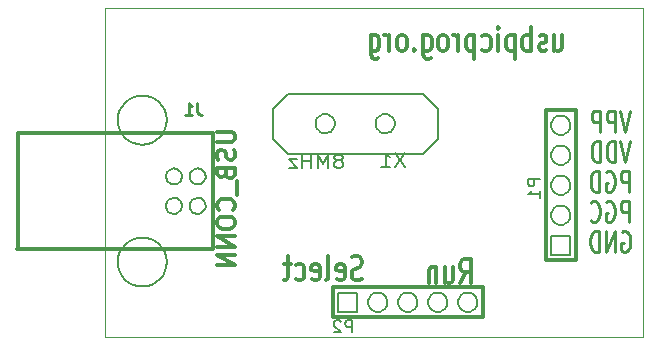
<source format=gbo>
G04 (created by PCBNEW-RS274X (2010-05-05 BZR 2356)-stable) date Fri 25 Feb 2011 10:53:11 AM CET*
G01*
G70*
G90*
%MOIN*%
G04 Gerber Fmt 3.4, Leading zero omitted, Abs format*
%FSLAX34Y34*%
G04 APERTURE LIST*
%ADD10C,0.006000*%
%ADD11C,0.012000*%
%ADD12C,0.001000*%
%ADD13C,0.010000*%
%ADD14C,0.008000*%
%ADD15C,0.009900*%
G04 APERTURE END LIST*
G54D10*
G54D11*
X31629Y-22540D02*
X31629Y-23074D01*
X31886Y-22540D02*
X31886Y-22960D01*
X31858Y-23036D01*
X31800Y-23074D01*
X31715Y-23074D01*
X31658Y-23036D01*
X31629Y-22998D01*
X31372Y-23036D02*
X31315Y-23074D01*
X31200Y-23074D01*
X31143Y-23036D01*
X31115Y-22960D01*
X31115Y-22921D01*
X31143Y-22845D01*
X31200Y-22807D01*
X31286Y-22807D01*
X31343Y-22769D01*
X31372Y-22693D01*
X31372Y-22655D01*
X31343Y-22579D01*
X31286Y-22540D01*
X31200Y-22540D01*
X31143Y-22579D01*
X30857Y-23074D02*
X30857Y-22274D01*
X30857Y-22579D02*
X30800Y-22540D01*
X30686Y-22540D01*
X30629Y-22579D01*
X30600Y-22617D01*
X30571Y-22693D01*
X30571Y-22921D01*
X30600Y-22998D01*
X30629Y-23036D01*
X30686Y-23074D01*
X30800Y-23074D01*
X30857Y-23036D01*
X30314Y-22540D02*
X30314Y-23340D01*
X30314Y-22579D02*
X30257Y-22540D01*
X30143Y-22540D01*
X30086Y-22579D01*
X30057Y-22617D01*
X30028Y-22693D01*
X30028Y-22921D01*
X30057Y-22998D01*
X30086Y-23036D01*
X30143Y-23074D01*
X30257Y-23074D01*
X30314Y-23036D01*
X29771Y-23074D02*
X29771Y-22540D01*
X29771Y-22274D02*
X29800Y-22312D01*
X29771Y-22350D01*
X29743Y-22312D01*
X29771Y-22274D01*
X29771Y-22350D01*
X29228Y-23036D02*
X29285Y-23074D01*
X29399Y-23074D01*
X29457Y-23036D01*
X29485Y-22998D01*
X29514Y-22921D01*
X29514Y-22693D01*
X29485Y-22617D01*
X29457Y-22579D01*
X29399Y-22540D01*
X29285Y-22540D01*
X29228Y-22579D01*
X28971Y-22540D02*
X28971Y-23340D01*
X28971Y-22579D02*
X28914Y-22540D01*
X28800Y-22540D01*
X28743Y-22579D01*
X28714Y-22617D01*
X28685Y-22693D01*
X28685Y-22921D01*
X28714Y-22998D01*
X28743Y-23036D01*
X28800Y-23074D01*
X28914Y-23074D01*
X28971Y-23036D01*
X28428Y-23074D02*
X28428Y-22540D01*
X28428Y-22693D02*
X28400Y-22617D01*
X28371Y-22579D01*
X28314Y-22540D01*
X28257Y-22540D01*
X27971Y-23074D02*
X28029Y-23036D01*
X28057Y-22998D01*
X28086Y-22921D01*
X28086Y-22693D01*
X28057Y-22617D01*
X28029Y-22579D01*
X27971Y-22540D01*
X27886Y-22540D01*
X27829Y-22579D01*
X27800Y-22617D01*
X27771Y-22693D01*
X27771Y-22921D01*
X27800Y-22998D01*
X27829Y-23036D01*
X27886Y-23074D01*
X27971Y-23074D01*
X27257Y-22540D02*
X27257Y-23188D01*
X27286Y-23264D01*
X27314Y-23302D01*
X27371Y-23340D01*
X27457Y-23340D01*
X27514Y-23302D01*
X27257Y-23036D02*
X27314Y-23074D01*
X27428Y-23074D01*
X27486Y-23036D01*
X27514Y-22998D01*
X27543Y-22921D01*
X27543Y-22693D01*
X27514Y-22617D01*
X27486Y-22579D01*
X27428Y-22540D01*
X27314Y-22540D01*
X27257Y-22579D01*
X26971Y-22998D02*
X26943Y-23036D01*
X26971Y-23074D01*
X27000Y-23036D01*
X26971Y-22998D01*
X26971Y-23074D01*
X26599Y-23074D02*
X26657Y-23036D01*
X26685Y-22998D01*
X26714Y-22921D01*
X26714Y-22693D01*
X26685Y-22617D01*
X26657Y-22579D01*
X26599Y-22540D01*
X26514Y-22540D01*
X26457Y-22579D01*
X26428Y-22617D01*
X26399Y-22693D01*
X26399Y-22921D01*
X26428Y-22998D01*
X26457Y-23036D01*
X26514Y-23074D01*
X26599Y-23074D01*
X26142Y-23074D02*
X26142Y-22540D01*
X26142Y-22693D02*
X26114Y-22617D01*
X26085Y-22579D01*
X26028Y-22540D01*
X25971Y-22540D01*
X25514Y-22540D02*
X25514Y-23188D01*
X25543Y-23264D01*
X25571Y-23302D01*
X25628Y-23340D01*
X25714Y-23340D01*
X25771Y-23302D01*
X25514Y-23036D02*
X25571Y-23074D01*
X25685Y-23074D01*
X25743Y-23036D01*
X25771Y-22998D01*
X25800Y-22921D01*
X25800Y-22693D01*
X25771Y-22617D01*
X25743Y-22579D01*
X25685Y-22540D01*
X25571Y-22540D01*
X25514Y-22579D01*
G54D12*
X16650Y-21650D02*
X34600Y-21650D01*
X16650Y-32600D02*
X16650Y-21650D01*
X34600Y-32600D02*
X16650Y-32600D01*
X34600Y-21650D02*
X34600Y-32600D01*
G54D11*
X25221Y-30686D02*
X25135Y-30724D01*
X24992Y-30724D01*
X24935Y-30686D01*
X24906Y-30648D01*
X24878Y-30571D01*
X24878Y-30495D01*
X24906Y-30419D01*
X24935Y-30381D01*
X24992Y-30343D01*
X25106Y-30305D01*
X25164Y-30267D01*
X25192Y-30229D01*
X25221Y-30152D01*
X25221Y-30076D01*
X25192Y-30000D01*
X25164Y-29962D01*
X25106Y-29924D01*
X24964Y-29924D01*
X24878Y-29962D01*
X24393Y-30686D02*
X24450Y-30724D01*
X24564Y-30724D01*
X24621Y-30686D01*
X24650Y-30610D01*
X24650Y-30305D01*
X24621Y-30229D01*
X24564Y-30190D01*
X24450Y-30190D01*
X24393Y-30229D01*
X24364Y-30305D01*
X24364Y-30381D01*
X24650Y-30457D01*
X24021Y-30724D02*
X24079Y-30686D01*
X24107Y-30610D01*
X24107Y-29924D01*
X23565Y-30686D02*
X23622Y-30724D01*
X23736Y-30724D01*
X23793Y-30686D01*
X23822Y-30610D01*
X23822Y-30305D01*
X23793Y-30229D01*
X23736Y-30190D01*
X23622Y-30190D01*
X23565Y-30229D01*
X23536Y-30305D01*
X23536Y-30381D01*
X23822Y-30457D01*
X23022Y-30686D02*
X23079Y-30724D01*
X23193Y-30724D01*
X23251Y-30686D01*
X23279Y-30648D01*
X23308Y-30571D01*
X23308Y-30343D01*
X23279Y-30267D01*
X23251Y-30229D01*
X23193Y-30190D01*
X23079Y-30190D01*
X23022Y-30229D01*
X22851Y-30190D02*
X22622Y-30190D01*
X22765Y-29924D02*
X22765Y-30610D01*
X22737Y-30686D01*
X22679Y-30724D01*
X22622Y-30724D01*
X28507Y-30824D02*
X28707Y-30443D01*
X28850Y-30824D02*
X28850Y-30024D01*
X28622Y-30024D01*
X28564Y-30062D01*
X28536Y-30100D01*
X28507Y-30176D01*
X28507Y-30290D01*
X28536Y-30367D01*
X28564Y-30405D01*
X28622Y-30443D01*
X28850Y-30443D01*
X27993Y-30290D02*
X27993Y-30824D01*
X28250Y-30290D02*
X28250Y-30710D01*
X28222Y-30786D01*
X28164Y-30824D01*
X28079Y-30824D01*
X28022Y-30786D01*
X27993Y-30748D01*
X27707Y-30290D02*
X27707Y-30824D01*
X27707Y-30367D02*
X27679Y-30329D01*
X27621Y-30290D01*
X27536Y-30290D01*
X27479Y-30329D01*
X27450Y-30405D01*
X27450Y-30824D01*
G54D13*
X34166Y-26083D02*
X34000Y-26783D01*
X33833Y-26083D01*
X33666Y-26783D02*
X33666Y-26083D01*
X33547Y-26083D01*
X33475Y-26117D01*
X33428Y-26183D01*
X33404Y-26250D01*
X33380Y-26383D01*
X33380Y-26483D01*
X33404Y-26617D01*
X33428Y-26683D01*
X33475Y-26750D01*
X33547Y-26783D01*
X33666Y-26783D01*
X33166Y-26783D02*
X33166Y-26083D01*
X33047Y-26083D01*
X32975Y-26117D01*
X32928Y-26183D01*
X32904Y-26250D01*
X32880Y-26383D01*
X32880Y-26483D01*
X32904Y-26617D01*
X32928Y-26683D01*
X32975Y-26750D01*
X33047Y-26783D01*
X33166Y-26783D01*
X34131Y-27783D02*
X34131Y-27083D01*
X33940Y-27083D01*
X33893Y-27117D01*
X33869Y-27150D01*
X33845Y-27217D01*
X33845Y-27317D01*
X33869Y-27383D01*
X33893Y-27417D01*
X33940Y-27450D01*
X34131Y-27450D01*
X33369Y-27117D02*
X33417Y-27083D01*
X33488Y-27083D01*
X33560Y-27117D01*
X33607Y-27183D01*
X33631Y-27250D01*
X33655Y-27383D01*
X33655Y-27483D01*
X33631Y-27617D01*
X33607Y-27683D01*
X33560Y-27750D01*
X33488Y-27783D01*
X33440Y-27783D01*
X33369Y-27750D01*
X33345Y-27717D01*
X33345Y-27483D01*
X33440Y-27483D01*
X33131Y-27783D02*
X33131Y-27083D01*
X33012Y-27083D01*
X32940Y-27117D01*
X32893Y-27183D01*
X32869Y-27250D01*
X32845Y-27383D01*
X32845Y-27483D01*
X32869Y-27617D01*
X32893Y-27683D01*
X32940Y-27750D01*
X33012Y-27783D01*
X33131Y-27783D01*
X34166Y-25083D02*
X34000Y-25783D01*
X33833Y-25083D01*
X33666Y-25783D02*
X33666Y-25083D01*
X33475Y-25083D01*
X33428Y-25117D01*
X33404Y-25150D01*
X33380Y-25217D01*
X33380Y-25317D01*
X33404Y-25383D01*
X33428Y-25417D01*
X33475Y-25450D01*
X33666Y-25450D01*
X33166Y-25783D02*
X33166Y-25083D01*
X32975Y-25083D01*
X32928Y-25117D01*
X32904Y-25150D01*
X32880Y-25217D01*
X32880Y-25317D01*
X32904Y-25383D01*
X32928Y-25417D01*
X32975Y-25450D01*
X33166Y-25450D01*
X34131Y-28783D02*
X34131Y-28083D01*
X33940Y-28083D01*
X33893Y-28117D01*
X33869Y-28150D01*
X33845Y-28217D01*
X33845Y-28317D01*
X33869Y-28383D01*
X33893Y-28417D01*
X33940Y-28450D01*
X34131Y-28450D01*
X33369Y-28117D02*
X33417Y-28083D01*
X33488Y-28083D01*
X33560Y-28117D01*
X33607Y-28183D01*
X33631Y-28250D01*
X33655Y-28383D01*
X33655Y-28483D01*
X33631Y-28617D01*
X33607Y-28683D01*
X33560Y-28750D01*
X33488Y-28783D01*
X33440Y-28783D01*
X33369Y-28750D01*
X33345Y-28717D01*
X33345Y-28483D01*
X33440Y-28483D01*
X32845Y-28717D02*
X32869Y-28750D01*
X32940Y-28783D01*
X32988Y-28783D01*
X33060Y-28750D01*
X33107Y-28683D01*
X33131Y-28617D01*
X33155Y-28483D01*
X33155Y-28383D01*
X33131Y-28250D01*
X33107Y-28183D01*
X33060Y-28117D01*
X32988Y-28083D01*
X32940Y-28083D01*
X32869Y-28117D01*
X32845Y-28150D01*
X33881Y-29117D02*
X33929Y-29083D01*
X34000Y-29083D01*
X34072Y-29117D01*
X34119Y-29183D01*
X34143Y-29250D01*
X34167Y-29383D01*
X34167Y-29483D01*
X34143Y-29617D01*
X34119Y-29683D01*
X34072Y-29750D01*
X34000Y-29783D01*
X33952Y-29783D01*
X33881Y-29750D01*
X33857Y-29717D01*
X33857Y-29483D01*
X33952Y-29483D01*
X33643Y-29783D02*
X33643Y-29083D01*
X33357Y-29783D01*
X33357Y-29083D01*
X33119Y-29783D02*
X33119Y-29083D01*
X33000Y-29083D01*
X32928Y-29117D01*
X32881Y-29183D01*
X32857Y-29250D01*
X32833Y-29383D01*
X32833Y-29483D01*
X32857Y-29617D01*
X32881Y-29683D01*
X32928Y-29750D01*
X33000Y-29783D01*
X33119Y-29783D01*
G54D11*
X32350Y-30050D02*
X31350Y-30050D01*
X31350Y-25050D02*
X32350Y-25050D01*
X32350Y-30050D02*
X32350Y-25050D01*
X31350Y-25050D02*
X31350Y-30050D01*
X24250Y-31950D02*
X24250Y-30950D01*
X29250Y-30950D02*
X29250Y-31950D01*
X24250Y-31950D02*
X29250Y-31950D01*
X29250Y-30950D02*
X24250Y-30950D01*
G54D10*
X22250Y-26000D02*
X22750Y-26500D01*
X27250Y-26500D02*
X27750Y-26000D01*
X27750Y-25000D02*
X27250Y-24500D01*
X22250Y-25000D02*
X22750Y-24500D01*
X22750Y-26500D02*
X27250Y-26500D01*
X22250Y-26000D02*
X22250Y-25000D01*
X22750Y-24500D02*
X27250Y-24500D01*
X27750Y-25000D02*
X27750Y-26000D01*
G54D11*
X13750Y-29678D02*
X13754Y-25814D01*
X13754Y-25814D02*
X20254Y-25814D01*
X20270Y-25846D02*
X20270Y-29670D01*
X20270Y-29670D02*
X13742Y-29670D01*
G54D10*
X31530Y-29230D02*
X31530Y-29870D01*
X32170Y-29870D01*
X32170Y-29230D01*
X31530Y-29230D01*
X32170Y-28550D02*
X32163Y-28612D01*
X32145Y-28671D01*
X32116Y-28727D01*
X32077Y-28775D01*
X32028Y-28815D01*
X31974Y-28844D01*
X31914Y-28863D01*
X31852Y-28869D01*
X31791Y-28864D01*
X31731Y-28846D01*
X31675Y-28817D01*
X31627Y-28778D01*
X31586Y-28730D01*
X31556Y-28676D01*
X31537Y-28616D01*
X31531Y-28554D01*
X31536Y-28493D01*
X31553Y-28433D01*
X31582Y-28377D01*
X31620Y-28328D01*
X31668Y-28288D01*
X31722Y-28257D01*
X31782Y-28238D01*
X31844Y-28231D01*
X31905Y-28235D01*
X31965Y-28252D01*
X32021Y-28280D01*
X32070Y-28319D01*
X32111Y-28366D01*
X32142Y-28420D01*
X32162Y-28480D01*
X32169Y-28542D01*
X32170Y-28550D01*
X32170Y-27550D02*
X32163Y-27612D01*
X32145Y-27671D01*
X32116Y-27727D01*
X32077Y-27775D01*
X32028Y-27815D01*
X31974Y-27844D01*
X31914Y-27863D01*
X31852Y-27869D01*
X31791Y-27864D01*
X31731Y-27846D01*
X31675Y-27817D01*
X31627Y-27778D01*
X31586Y-27730D01*
X31556Y-27676D01*
X31537Y-27616D01*
X31531Y-27554D01*
X31536Y-27493D01*
X31553Y-27433D01*
X31582Y-27377D01*
X31620Y-27328D01*
X31668Y-27288D01*
X31722Y-27257D01*
X31782Y-27238D01*
X31844Y-27231D01*
X31905Y-27235D01*
X31965Y-27252D01*
X32021Y-27280D01*
X32070Y-27319D01*
X32111Y-27366D01*
X32142Y-27420D01*
X32162Y-27480D01*
X32169Y-27542D01*
X32170Y-27550D01*
X32170Y-26550D02*
X32163Y-26612D01*
X32145Y-26671D01*
X32116Y-26727D01*
X32077Y-26775D01*
X32028Y-26815D01*
X31974Y-26844D01*
X31914Y-26863D01*
X31852Y-26869D01*
X31791Y-26864D01*
X31731Y-26846D01*
X31675Y-26817D01*
X31627Y-26778D01*
X31586Y-26730D01*
X31556Y-26676D01*
X31537Y-26616D01*
X31531Y-26554D01*
X31536Y-26493D01*
X31553Y-26433D01*
X31582Y-26377D01*
X31620Y-26328D01*
X31668Y-26288D01*
X31722Y-26257D01*
X31782Y-26238D01*
X31844Y-26231D01*
X31905Y-26235D01*
X31965Y-26252D01*
X32021Y-26280D01*
X32070Y-26319D01*
X32111Y-26366D01*
X32142Y-26420D01*
X32162Y-26480D01*
X32169Y-26542D01*
X32170Y-26550D01*
X32170Y-25550D02*
X32163Y-25612D01*
X32145Y-25671D01*
X32116Y-25727D01*
X32077Y-25775D01*
X32028Y-25815D01*
X31974Y-25844D01*
X31914Y-25863D01*
X31852Y-25869D01*
X31791Y-25864D01*
X31731Y-25846D01*
X31675Y-25817D01*
X31627Y-25778D01*
X31586Y-25730D01*
X31556Y-25676D01*
X31537Y-25616D01*
X31531Y-25554D01*
X31536Y-25493D01*
X31553Y-25433D01*
X31582Y-25377D01*
X31620Y-25328D01*
X31668Y-25288D01*
X31722Y-25257D01*
X31782Y-25238D01*
X31844Y-25231D01*
X31905Y-25235D01*
X31965Y-25252D01*
X32021Y-25280D01*
X32070Y-25319D01*
X32111Y-25366D01*
X32142Y-25420D01*
X32162Y-25480D01*
X32169Y-25542D01*
X32170Y-25550D01*
X24430Y-31130D02*
X24430Y-31770D01*
X25070Y-31770D01*
X25070Y-31130D01*
X24430Y-31130D01*
X26070Y-31450D02*
X26063Y-31512D01*
X26045Y-31571D01*
X26016Y-31627D01*
X25977Y-31675D01*
X25928Y-31715D01*
X25874Y-31744D01*
X25814Y-31763D01*
X25752Y-31769D01*
X25691Y-31764D01*
X25631Y-31746D01*
X25575Y-31717D01*
X25527Y-31678D01*
X25486Y-31630D01*
X25456Y-31576D01*
X25437Y-31516D01*
X25431Y-31454D01*
X25436Y-31393D01*
X25453Y-31333D01*
X25482Y-31277D01*
X25520Y-31228D01*
X25568Y-31188D01*
X25622Y-31157D01*
X25682Y-31138D01*
X25744Y-31131D01*
X25805Y-31135D01*
X25865Y-31152D01*
X25921Y-31180D01*
X25970Y-31219D01*
X26011Y-31266D01*
X26042Y-31320D01*
X26062Y-31380D01*
X26069Y-31442D01*
X26070Y-31450D01*
X27070Y-31450D02*
X27063Y-31512D01*
X27045Y-31571D01*
X27016Y-31627D01*
X26977Y-31675D01*
X26928Y-31715D01*
X26874Y-31744D01*
X26814Y-31763D01*
X26752Y-31769D01*
X26691Y-31764D01*
X26631Y-31746D01*
X26575Y-31717D01*
X26527Y-31678D01*
X26486Y-31630D01*
X26456Y-31576D01*
X26437Y-31516D01*
X26431Y-31454D01*
X26436Y-31393D01*
X26453Y-31333D01*
X26482Y-31277D01*
X26520Y-31228D01*
X26568Y-31188D01*
X26622Y-31157D01*
X26682Y-31138D01*
X26744Y-31131D01*
X26805Y-31135D01*
X26865Y-31152D01*
X26921Y-31180D01*
X26970Y-31219D01*
X27011Y-31266D01*
X27042Y-31320D01*
X27062Y-31380D01*
X27069Y-31442D01*
X27070Y-31450D01*
X28070Y-31450D02*
X28063Y-31512D01*
X28045Y-31571D01*
X28016Y-31627D01*
X27977Y-31675D01*
X27928Y-31715D01*
X27874Y-31744D01*
X27814Y-31763D01*
X27752Y-31769D01*
X27691Y-31764D01*
X27631Y-31746D01*
X27575Y-31717D01*
X27527Y-31678D01*
X27486Y-31630D01*
X27456Y-31576D01*
X27437Y-31516D01*
X27431Y-31454D01*
X27436Y-31393D01*
X27453Y-31333D01*
X27482Y-31277D01*
X27520Y-31228D01*
X27568Y-31188D01*
X27622Y-31157D01*
X27682Y-31138D01*
X27744Y-31131D01*
X27805Y-31135D01*
X27865Y-31152D01*
X27921Y-31180D01*
X27970Y-31219D01*
X28011Y-31266D01*
X28042Y-31320D01*
X28062Y-31380D01*
X28069Y-31442D01*
X28070Y-31450D01*
X29070Y-31450D02*
X29063Y-31512D01*
X29045Y-31571D01*
X29016Y-31627D01*
X28977Y-31675D01*
X28928Y-31715D01*
X28874Y-31744D01*
X28814Y-31763D01*
X28752Y-31769D01*
X28691Y-31764D01*
X28631Y-31746D01*
X28575Y-31717D01*
X28527Y-31678D01*
X28486Y-31630D01*
X28456Y-31576D01*
X28437Y-31516D01*
X28431Y-31454D01*
X28436Y-31393D01*
X28453Y-31333D01*
X28482Y-31277D01*
X28520Y-31228D01*
X28568Y-31188D01*
X28622Y-31157D01*
X28682Y-31138D01*
X28744Y-31131D01*
X28805Y-31135D01*
X28865Y-31152D01*
X28921Y-31180D01*
X28970Y-31219D01*
X29011Y-31266D01*
X29042Y-31320D01*
X29062Y-31380D01*
X29069Y-31442D01*
X29070Y-31450D01*
X24320Y-25500D02*
X24313Y-25562D01*
X24295Y-25621D01*
X24266Y-25677D01*
X24227Y-25725D01*
X24178Y-25765D01*
X24124Y-25794D01*
X24064Y-25813D01*
X24002Y-25819D01*
X23941Y-25814D01*
X23881Y-25796D01*
X23825Y-25767D01*
X23777Y-25728D01*
X23736Y-25680D01*
X23706Y-25626D01*
X23687Y-25566D01*
X23681Y-25504D01*
X23686Y-25443D01*
X23703Y-25383D01*
X23732Y-25327D01*
X23770Y-25278D01*
X23818Y-25238D01*
X23872Y-25207D01*
X23932Y-25188D01*
X23994Y-25181D01*
X24055Y-25185D01*
X24115Y-25202D01*
X24171Y-25230D01*
X24220Y-25269D01*
X24261Y-25316D01*
X24292Y-25370D01*
X24312Y-25430D01*
X24319Y-25492D01*
X24320Y-25500D01*
X26320Y-25500D02*
X26313Y-25562D01*
X26295Y-25621D01*
X26266Y-25677D01*
X26227Y-25725D01*
X26178Y-25765D01*
X26124Y-25794D01*
X26064Y-25813D01*
X26002Y-25819D01*
X25941Y-25814D01*
X25881Y-25796D01*
X25825Y-25767D01*
X25777Y-25728D01*
X25736Y-25680D01*
X25706Y-25626D01*
X25687Y-25566D01*
X25681Y-25504D01*
X25686Y-25443D01*
X25703Y-25383D01*
X25732Y-25327D01*
X25770Y-25278D01*
X25818Y-25238D01*
X25872Y-25207D01*
X25932Y-25188D01*
X25994Y-25181D01*
X26055Y-25185D01*
X26115Y-25202D01*
X26171Y-25230D01*
X26220Y-25269D01*
X26261Y-25316D01*
X26292Y-25370D01*
X26312Y-25430D01*
X26319Y-25492D01*
X26320Y-25500D01*
X18714Y-30114D02*
X18698Y-30272D01*
X18652Y-30424D01*
X18577Y-30565D01*
X18477Y-30688D01*
X18354Y-30790D01*
X18214Y-30866D01*
X18062Y-30913D01*
X17903Y-30929D01*
X17746Y-30915D01*
X17593Y-30870D01*
X17452Y-30796D01*
X17328Y-30697D01*
X17225Y-30575D01*
X17148Y-30435D01*
X17100Y-30283D01*
X17083Y-30125D01*
X17096Y-29967D01*
X17140Y-29814D01*
X17213Y-29672D01*
X17312Y-29548D01*
X17433Y-29444D01*
X17572Y-29367D01*
X17723Y-29318D01*
X17881Y-29299D01*
X18039Y-29311D01*
X18193Y-29354D01*
X18335Y-29426D01*
X18460Y-29524D01*
X18564Y-29644D01*
X18643Y-29783D01*
X18693Y-29934D01*
X18713Y-30092D01*
X18714Y-30114D01*
X18714Y-25382D02*
X18698Y-25540D01*
X18652Y-25692D01*
X18577Y-25833D01*
X18477Y-25956D01*
X18354Y-26058D01*
X18214Y-26134D01*
X18062Y-26181D01*
X17903Y-26197D01*
X17746Y-26183D01*
X17593Y-26138D01*
X17452Y-26064D01*
X17328Y-25965D01*
X17225Y-25843D01*
X17148Y-25703D01*
X17100Y-25551D01*
X17083Y-25393D01*
X17096Y-25235D01*
X17140Y-25082D01*
X17213Y-24940D01*
X17312Y-24816D01*
X17433Y-24712D01*
X17572Y-24635D01*
X17723Y-24586D01*
X17881Y-24567D01*
X18039Y-24579D01*
X18193Y-24622D01*
X18335Y-24694D01*
X18460Y-24792D01*
X18564Y-24912D01*
X18643Y-25051D01*
X18693Y-25202D01*
X18713Y-25360D01*
X18714Y-25382D01*
X20015Y-27258D02*
X20009Y-27309D01*
X19995Y-27358D01*
X19970Y-27404D01*
X19938Y-27444D01*
X19898Y-27477D01*
X19852Y-27502D01*
X19803Y-27517D01*
X19751Y-27522D01*
X19701Y-27518D01*
X19651Y-27503D01*
X19605Y-27479D01*
X19565Y-27447D01*
X19532Y-27407D01*
X19507Y-27362D01*
X19491Y-27313D01*
X19486Y-27261D01*
X19490Y-27211D01*
X19504Y-27161D01*
X19528Y-27115D01*
X19560Y-27074D01*
X19599Y-27041D01*
X19644Y-27016D01*
X19694Y-27000D01*
X19745Y-26994D01*
X19796Y-26998D01*
X19845Y-27011D01*
X19891Y-27035D01*
X19932Y-27067D01*
X19966Y-27106D01*
X19992Y-27151D01*
X20008Y-27200D01*
X20014Y-27251D01*
X20015Y-27258D01*
X19225Y-27258D02*
X19219Y-27309D01*
X19205Y-27358D01*
X19180Y-27404D01*
X19148Y-27444D01*
X19108Y-27477D01*
X19062Y-27502D01*
X19013Y-27517D01*
X18961Y-27522D01*
X18911Y-27518D01*
X18861Y-27503D01*
X18815Y-27479D01*
X18775Y-27447D01*
X18742Y-27407D01*
X18717Y-27362D01*
X18701Y-27313D01*
X18696Y-27261D01*
X18700Y-27211D01*
X18714Y-27161D01*
X18738Y-27115D01*
X18770Y-27074D01*
X18809Y-27041D01*
X18854Y-27016D01*
X18904Y-27000D01*
X18955Y-26994D01*
X19006Y-26998D01*
X19055Y-27011D01*
X19101Y-27035D01*
X19142Y-27067D01*
X19176Y-27106D01*
X19202Y-27151D01*
X19218Y-27200D01*
X19224Y-27251D01*
X19225Y-27258D01*
X19225Y-28242D02*
X19219Y-28293D01*
X19205Y-28342D01*
X19180Y-28388D01*
X19148Y-28428D01*
X19108Y-28461D01*
X19062Y-28486D01*
X19013Y-28501D01*
X18961Y-28506D01*
X18911Y-28502D01*
X18861Y-28487D01*
X18815Y-28463D01*
X18775Y-28431D01*
X18742Y-28391D01*
X18717Y-28346D01*
X18701Y-28297D01*
X18696Y-28245D01*
X18700Y-28195D01*
X18714Y-28145D01*
X18738Y-28099D01*
X18770Y-28058D01*
X18809Y-28025D01*
X18854Y-28000D01*
X18904Y-27984D01*
X18955Y-27978D01*
X19006Y-27982D01*
X19055Y-27995D01*
X19101Y-28019D01*
X19142Y-28051D01*
X19176Y-28090D01*
X19202Y-28135D01*
X19218Y-28184D01*
X19224Y-28235D01*
X19225Y-28242D01*
X20015Y-28242D02*
X20009Y-28293D01*
X19995Y-28342D01*
X19970Y-28388D01*
X19938Y-28428D01*
X19898Y-28461D01*
X19852Y-28486D01*
X19803Y-28501D01*
X19751Y-28506D01*
X19701Y-28502D01*
X19651Y-28487D01*
X19605Y-28463D01*
X19565Y-28431D01*
X19532Y-28391D01*
X19507Y-28346D01*
X19491Y-28297D01*
X19486Y-28245D01*
X19490Y-28195D01*
X19504Y-28145D01*
X19528Y-28099D01*
X19560Y-28058D01*
X19599Y-28025D01*
X19644Y-28000D01*
X19694Y-27984D01*
X19745Y-27978D01*
X19796Y-27982D01*
X19845Y-27995D01*
X19891Y-28019D01*
X19932Y-28051D01*
X19966Y-28090D01*
X19992Y-28135D01*
X20008Y-28184D01*
X20014Y-28235D01*
X20015Y-28242D01*
G54D14*
X31162Y-27355D02*
X30762Y-27355D01*
X30762Y-27508D01*
X30781Y-27546D01*
X30800Y-27565D01*
X30838Y-27584D01*
X30895Y-27584D01*
X30933Y-27565D01*
X30952Y-27546D01*
X30971Y-27508D01*
X30971Y-27355D01*
X31162Y-27965D02*
X31162Y-27736D01*
X31162Y-27850D02*
X30762Y-27850D01*
X30819Y-27812D01*
X30857Y-27774D01*
X30876Y-27736D01*
X24895Y-32462D02*
X24895Y-32062D01*
X24742Y-32062D01*
X24704Y-32081D01*
X24685Y-32100D01*
X24666Y-32138D01*
X24666Y-32195D01*
X24685Y-32233D01*
X24704Y-32252D01*
X24742Y-32271D01*
X24895Y-32271D01*
X24514Y-32100D02*
X24495Y-32081D01*
X24457Y-32062D01*
X24361Y-32062D01*
X24323Y-32081D01*
X24304Y-32100D01*
X24285Y-32138D01*
X24285Y-32176D01*
X24304Y-32233D01*
X24533Y-32462D01*
X24285Y-32462D01*
G54D10*
X26655Y-26482D02*
X26321Y-26932D01*
X26321Y-26482D02*
X26655Y-26932D01*
X25869Y-26932D02*
X26155Y-26932D01*
X26012Y-26932D02*
X26012Y-26482D01*
X26060Y-26546D01*
X26107Y-26589D01*
X26155Y-26611D01*
X24498Y-26725D02*
X24545Y-26704D01*
X24569Y-26682D01*
X24593Y-26639D01*
X24593Y-26618D01*
X24569Y-26575D01*
X24545Y-26554D01*
X24498Y-26532D01*
X24402Y-26532D01*
X24355Y-26554D01*
X24331Y-26575D01*
X24307Y-26618D01*
X24307Y-26639D01*
X24331Y-26682D01*
X24355Y-26704D01*
X24402Y-26725D01*
X24498Y-26725D01*
X24545Y-26746D01*
X24569Y-26768D01*
X24593Y-26811D01*
X24593Y-26896D01*
X24569Y-26939D01*
X24545Y-26961D01*
X24498Y-26982D01*
X24402Y-26982D01*
X24355Y-26961D01*
X24331Y-26939D01*
X24307Y-26896D01*
X24307Y-26811D01*
X24331Y-26768D01*
X24355Y-26746D01*
X24402Y-26725D01*
X24093Y-26982D02*
X24093Y-26532D01*
X23926Y-26854D01*
X23760Y-26532D01*
X23760Y-26982D01*
X23522Y-26982D02*
X23522Y-26532D01*
X23522Y-26746D02*
X23236Y-26746D01*
X23236Y-26982D02*
X23236Y-26532D01*
X23046Y-26682D02*
X22784Y-26682D01*
X23046Y-26982D01*
X22784Y-26982D01*
G54D15*
X19731Y-24815D02*
X19731Y-25097D01*
X19749Y-25153D01*
X19787Y-25191D01*
X19843Y-25209D01*
X19881Y-25209D01*
X19337Y-25209D02*
X19562Y-25209D01*
X19449Y-25209D02*
X19449Y-24815D01*
X19487Y-24872D01*
X19524Y-24909D01*
X19562Y-24928D01*
G54D11*
X20393Y-25771D02*
X20879Y-25771D01*
X20936Y-25799D01*
X20964Y-25828D01*
X20993Y-25885D01*
X20993Y-25999D01*
X20964Y-26057D01*
X20936Y-26085D01*
X20879Y-26114D01*
X20393Y-26114D01*
X20964Y-26371D02*
X20993Y-26457D01*
X20993Y-26600D01*
X20964Y-26657D01*
X20936Y-26686D01*
X20879Y-26714D01*
X20821Y-26714D01*
X20764Y-26686D01*
X20736Y-26657D01*
X20707Y-26600D01*
X20679Y-26486D01*
X20650Y-26428D01*
X20621Y-26400D01*
X20564Y-26371D01*
X20507Y-26371D01*
X20450Y-26400D01*
X20421Y-26428D01*
X20393Y-26486D01*
X20393Y-26628D01*
X20421Y-26714D01*
X20679Y-27171D02*
X20707Y-27257D01*
X20736Y-27285D01*
X20793Y-27314D01*
X20879Y-27314D01*
X20936Y-27285D01*
X20964Y-27257D01*
X20993Y-27199D01*
X20993Y-26971D01*
X20393Y-26971D01*
X20393Y-27171D01*
X20421Y-27228D01*
X20450Y-27257D01*
X20507Y-27285D01*
X20564Y-27285D01*
X20621Y-27257D01*
X20650Y-27228D01*
X20679Y-27171D01*
X20679Y-26971D01*
X21050Y-27428D02*
X21050Y-27885D01*
X20936Y-28371D02*
X20964Y-28342D01*
X20993Y-28256D01*
X20993Y-28199D01*
X20964Y-28114D01*
X20907Y-28056D01*
X20850Y-28028D01*
X20736Y-27999D01*
X20650Y-27999D01*
X20536Y-28028D01*
X20479Y-28056D01*
X20421Y-28114D01*
X20393Y-28199D01*
X20393Y-28256D01*
X20421Y-28342D01*
X20450Y-28371D01*
X20393Y-28742D02*
X20393Y-28856D01*
X20421Y-28914D01*
X20479Y-28971D01*
X20593Y-28999D01*
X20793Y-28999D01*
X20907Y-28971D01*
X20964Y-28914D01*
X20993Y-28856D01*
X20993Y-28742D01*
X20964Y-28685D01*
X20907Y-28628D01*
X20793Y-28599D01*
X20593Y-28599D01*
X20479Y-28628D01*
X20421Y-28685D01*
X20393Y-28742D01*
X20993Y-29257D02*
X20393Y-29257D01*
X20993Y-29600D01*
X20393Y-29600D01*
X20993Y-29886D02*
X20393Y-29886D01*
X20993Y-30229D01*
X20393Y-30229D01*
M02*

</source>
